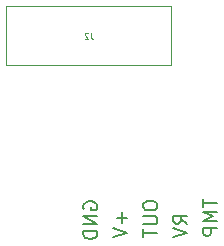
<source format=gbr>
%TF.GenerationSoftware,KiCad,Pcbnew,(6.0.0-0)*%
%TF.CreationDate,2022-03-03T22:17:19-05:00*%
%TF.ProjectId,temp_hum,74656d70-5f68-4756-9d2e-6b696361645f,rev?*%
%TF.SameCoordinates,Original*%
%TF.FileFunction,Legend,Bot*%
%TF.FilePolarity,Positive*%
%FSLAX46Y46*%
G04 Gerber Fmt 4.6, Leading zero omitted, Abs format (unit mm)*
G04 Created by KiCad (PCBNEW (6.0.0-0)) date 2022-03-03 22:17:19*
%MOMM*%
%LPD*%
G01*
G04 APERTURE LIST*
%ADD10C,0.200000*%
%ADD11C,0.100000*%
%ADD12C,0.120000*%
G04 APERTURE END LIST*
D10*
X109813714Y-79937428D02*
X109813714Y-80851714D01*
X110270857Y-80394571D02*
X109356571Y-80394571D01*
X109070857Y-81251714D02*
X110270857Y-81651714D01*
X109070857Y-82051714D01*
X106588000Y-79677142D02*
X106530857Y-79562857D01*
X106530857Y-79391428D01*
X106588000Y-79220000D01*
X106702285Y-79105714D01*
X106816571Y-79048571D01*
X107045142Y-78991428D01*
X107216571Y-78991428D01*
X107445142Y-79048571D01*
X107559428Y-79105714D01*
X107673714Y-79220000D01*
X107730857Y-79391428D01*
X107730857Y-79505714D01*
X107673714Y-79677142D01*
X107616571Y-79734285D01*
X107216571Y-79734285D01*
X107216571Y-79505714D01*
X107730857Y-80248571D02*
X106530857Y-80248571D01*
X107730857Y-80934285D01*
X106530857Y-80934285D01*
X107730857Y-81505714D02*
X106530857Y-81505714D01*
X106530857Y-81791428D01*
X106588000Y-81962857D01*
X106702285Y-82077142D01*
X106816571Y-82134285D01*
X107045142Y-82191428D01*
X107216571Y-82191428D01*
X107445142Y-82134285D01*
X107559428Y-82077142D01*
X107673714Y-81962857D01*
X107730857Y-81791428D01*
X107730857Y-81505714D01*
X111610857Y-79251714D02*
X111610857Y-79480285D01*
X111668000Y-79594571D01*
X111782285Y-79708857D01*
X112010857Y-79766000D01*
X112410857Y-79766000D01*
X112639428Y-79708857D01*
X112753714Y-79594571D01*
X112810857Y-79480285D01*
X112810857Y-79251714D01*
X112753714Y-79137428D01*
X112639428Y-79023142D01*
X112410857Y-78966000D01*
X112010857Y-78966000D01*
X111782285Y-79023142D01*
X111668000Y-79137428D01*
X111610857Y-79251714D01*
X111610857Y-80280285D02*
X112582285Y-80280285D01*
X112696571Y-80337428D01*
X112753714Y-80394571D01*
X112810857Y-80508857D01*
X112810857Y-80737428D01*
X112753714Y-80851714D01*
X112696571Y-80908857D01*
X112582285Y-80966000D01*
X111610857Y-80966000D01*
X111610857Y-81366000D02*
X111610857Y-82051714D01*
X112810857Y-81708857D02*
X111610857Y-81708857D01*
X116690857Y-78794571D02*
X116690857Y-79480285D01*
X117890857Y-79137428D02*
X116690857Y-79137428D01*
X117890857Y-79880285D02*
X116690857Y-79880285D01*
X117548000Y-80280285D01*
X116690857Y-80680285D01*
X117890857Y-80680285D01*
X117890857Y-81251714D02*
X116690857Y-81251714D01*
X116690857Y-81708857D01*
X116748000Y-81823142D01*
X116805142Y-81880285D01*
X116919428Y-81937428D01*
X117090857Y-81937428D01*
X117205142Y-81880285D01*
X117262285Y-81823142D01*
X117319428Y-81708857D01*
X117319428Y-81251714D01*
X115350857Y-80908857D02*
X114779428Y-80508857D01*
X115350857Y-80223142D02*
X114150857Y-80223142D01*
X114150857Y-80680285D01*
X114208000Y-80794571D01*
X114265142Y-80851714D01*
X114379428Y-80908857D01*
X114550857Y-80908857D01*
X114665142Y-80851714D01*
X114722285Y-80794571D01*
X114779428Y-80680285D01*
X114779428Y-80223142D01*
X114150857Y-81251714D02*
X115350857Y-81651714D01*
X114150857Y-82051714D01*
D11*
%TO.C,J2*%
X107166666Y-64726190D02*
X107166666Y-65083333D01*
X107190476Y-65154761D01*
X107238095Y-65202380D01*
X107309523Y-65226190D01*
X107357142Y-65226190D01*
X106952380Y-64773809D02*
X106928571Y-64750000D01*
X106880952Y-64726190D01*
X106761904Y-64726190D01*
X106714285Y-64750000D01*
X106690476Y-64773809D01*
X106666666Y-64821428D01*
X106666666Y-64869047D01*
X106690476Y-64940476D01*
X106976190Y-65226190D01*
X106666666Y-65226190D01*
D12*
X100000000Y-67500000D02*
X100000000Y-62500000D01*
X113996500Y-62500000D02*
X113996500Y-67500000D01*
X113996500Y-67500000D02*
X100000000Y-67500000D01*
X100000000Y-62500000D02*
X113996500Y-62500000D01*
%TD*%
M02*

</source>
